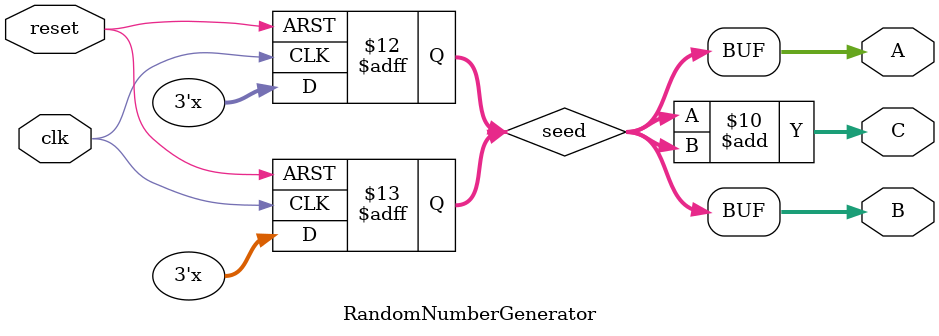
<source format=sv>
module RandomNumberGenerator (
  input wire clk,
  input wire reset,
  output wire [2:0] A,
  output wire [2:0] B,
  output wire [2:0] C
);
  reg [2:0] seed = 3'b010; // Inicialización con 2 (equivalente al valor inicial en VHDL)

  always @(posedge clk or posedge reset) begin
    if (reset) begin
      seed <= 3'b010; // Restablecer la semilla a 2 (equivalente al valor inicial en VHDL)
    end else begin
      // Algoritmo LCG
      seed <= (seed * 3'b101 + 3'b011) % 3'b1000;
    end
  end

  assign A = seed;
  
  always @(posedge clk or posedge reset) begin
    if (reset) begin
      seed <= 3'b010; // Restablecer la semilla a 2 (equivalente al valor inicial en VHDL)
    end else begin
      // Algoritmo LCG
      seed <= (seed * 3'b101 + 3'b011) % 3'b1000;
    end
  end

  assign B = seed;

  always @* begin
    C = A + B;
  end
endmodule

</source>
